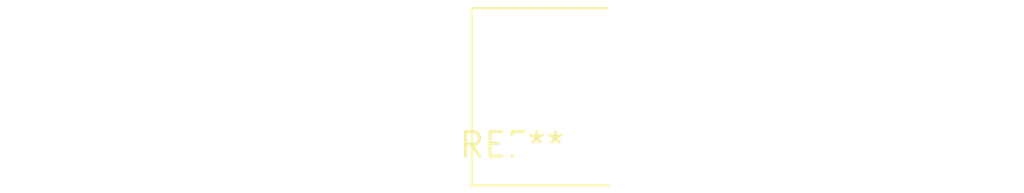
<source format=kicad_pcb>
(kicad_pcb (version 20240108) (generator pcbnew)
  (layers (0 "F.Cu" signal) (31 "B.Cu" signal) (34 "B.Paste" user) (35 "F.Paste" user) (36 "B.SilkS" user "B.Silkscreen") (37 "F.SilkS" user "F.Silkscreen") (38 "B.Mask" user) (39 "F.Mask" user) (44 "Edge.Cuts" user))
  (net 0 "")
  (footprint "RotaryEncoder_Bourns_Horizontal_PEC09-2xxxF-Nxxxx" (layer "F.Cu") (at 0 0)
    (property "Reference" "REF**")
    (property "Value" "RotaryEncoder_Bourns_Horizontal_PEC09-2xxxF-Nxxxx")
    (fp_line (start -2.1 -7.1) (end -2.1 2.1) (layer "F.SilkS") (stroke (width 0.1)))
    (fp_line (start -2.1 2.1) (end 5 2.1) (layer "F.SilkS") (stroke (width 0.1)))
    (fp_line (start 5 -7.1) (end -2.1 -7.1) (layer "F.SilkS") (stroke (width 0.1)))
    (pad "A" thru_hole circle (at 0 0) (size 1.8 1.8) (drill 1) (layers *.Cu *.Mask) (remove_unused_layers))
    (pad "B" thru_hole circle (at 0 -5) (size 1.8 1.8) (drill 1) (layers *.Cu *.Mask) (remove_unused_layers))
    (pad "C" thru_hole circle (at 0 -2.5) (size 1.8 1.8) (drill 1) (layers *.Cu *.Mask) (remove_unused_layers))
  )
)
</source>
